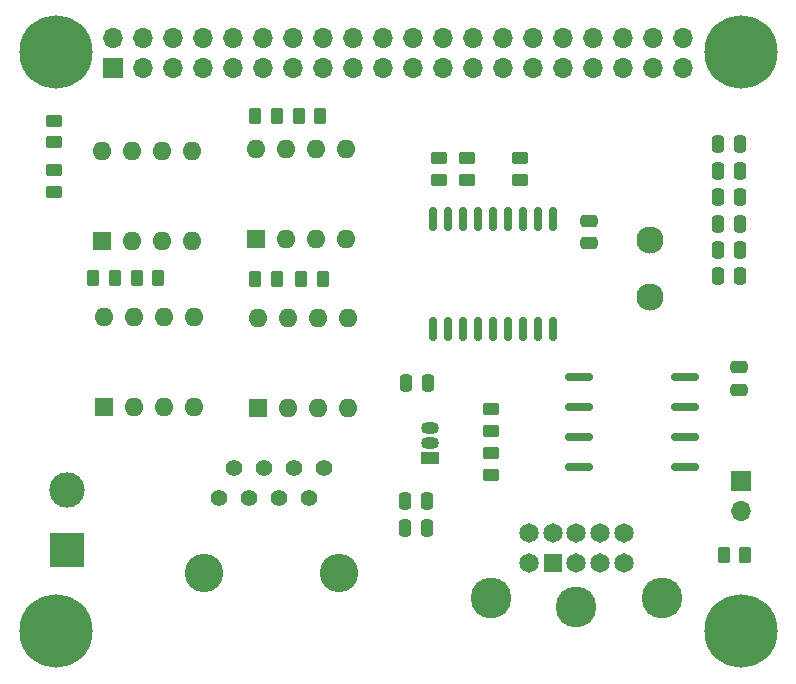
<source format=gts>
%TF.GenerationSoftware,KiCad,Pcbnew,(6.0.10)*%
%TF.CreationDate,2023-01-13T18:11:07+01:00*%
%TF.ProjectId,InterfaceS88GleisboxRPi,496e7465-7266-4616-9365-533838476c65,rev?*%
%TF.SameCoordinates,Original*%
%TF.FileFunction,Soldermask,Top*%
%TF.FilePolarity,Negative*%
%FSLAX46Y46*%
G04 Gerber Fmt 4.6, Leading zero omitted, Abs format (unit mm)*
G04 Created by KiCad (PCBNEW (6.0.10)) date 2023-01-13 18:11:07*
%MOMM*%
%LPD*%
G01*
G04 APERTURE LIST*
G04 Aperture macros list*
%AMRoundRect*
0 Rectangle with rounded corners*
0 $1 Rounding radius*
0 $2 $3 $4 $5 $6 $7 $8 $9 X,Y pos of 4 corners*
0 Add a 4 corners polygon primitive as box body*
4,1,4,$2,$3,$4,$5,$6,$7,$8,$9,$2,$3,0*
0 Add four circle primitives for the rounded corners*
1,1,$1+$1,$2,$3*
1,1,$1+$1,$4,$5*
1,1,$1+$1,$6,$7*
1,1,$1+$1,$8,$9*
0 Add four rect primitives between the rounded corners*
20,1,$1+$1,$2,$3,$4,$5,0*
20,1,$1+$1,$4,$5,$6,$7,0*
20,1,$1+$1,$6,$7,$8,$9,0*
20,1,$1+$1,$8,$9,$2,$3,0*%
G04 Aperture macros list end*
%ADD10R,3.000000X3.000000*%
%ADD11C,3.000000*%
%ADD12C,3.450000*%
%ADD13C,1.650000*%
%ADD14R,1.500000X1.500000*%
%ADD15C,3.251200*%
%ADD16C,1.397000*%
%ADD17C,6.200000*%
%ADD18R,1.500000X1.050000*%
%ADD19O,1.500000X1.050000*%
%ADD20RoundRect,0.250000X0.450000X-0.262500X0.450000X0.262500X-0.450000X0.262500X-0.450000X-0.262500X0*%
%ADD21RoundRect,0.250000X-0.262500X-0.450000X0.262500X-0.450000X0.262500X0.450000X-0.262500X0.450000X0*%
%ADD22RoundRect,0.250000X-0.475000X0.250000X-0.475000X-0.250000X0.475000X-0.250000X0.475000X0.250000X0*%
%ADD23R,1.700000X1.700000*%
%ADD24O,1.700000X1.700000*%
%ADD25RoundRect,0.250000X-0.250000X-0.475000X0.250000X-0.475000X0.250000X0.475000X-0.250000X0.475000X0*%
%ADD26R,1.600000X1.600000*%
%ADD27O,1.600000X1.600000*%
%ADD28RoundRect,0.162500X-1.012500X-0.162500X1.012500X-0.162500X1.012500X0.162500X-1.012500X0.162500X0*%
%ADD29RoundRect,0.250000X-0.450000X0.262500X-0.450000X-0.262500X0.450000X-0.262500X0.450000X0.262500X0*%
%ADD30RoundRect,0.250000X0.262500X0.450000X-0.262500X0.450000X-0.262500X-0.450000X0.262500X-0.450000X0*%
%ADD31RoundRect,0.250000X0.250000X0.475000X-0.250000X0.475000X-0.250000X-0.475000X0.250000X-0.475000X0*%
%ADD32RoundRect,0.150000X0.150000X-0.875000X0.150000X0.875000X-0.150000X0.875000X-0.150000X-0.875000X0*%
%ADD33C,2.300000*%
G04 APERTURE END LIST*
D10*
%TO.C,J5*%
X95000000Y-93900000D03*
D11*
X95000000Y-88820000D03*
%TD*%
D12*
%TO.C,J2*%
X130850000Y-98000000D03*
X145350000Y-98000000D03*
X138100000Y-98800000D03*
D13*
X142100000Y-92500000D03*
X140100000Y-92500000D03*
X134100000Y-92500000D03*
X142100000Y-95000000D03*
X138100000Y-92500000D03*
X136100000Y-92500000D03*
X134100000Y-95000000D03*
X140100000Y-95000000D03*
X138100000Y-95000000D03*
D14*
X136100000Y-95000000D03*
%TD*%
D15*
%TO.C,J4*%
X106540000Y-95900000D03*
X117970000Y-95900000D03*
D16*
X116700000Y-87000000D03*
X115430000Y-89540000D03*
X114160000Y-87000000D03*
X112890000Y-89540000D03*
X111620000Y-87000000D03*
X110350000Y-89540000D03*
X109080000Y-87000000D03*
X107810000Y-89540000D03*
%TD*%
D17*
%TO.C,*%
X152000000Y-51800000D03*
%TD*%
%TO.C,*%
X94000000Y-51800000D03*
%TD*%
%TO.C,*%
X94000000Y-100800000D03*
%TD*%
%TO.C,*%
X152000000Y-100800000D03*
%TD*%
D18*
%TO.C,U4*%
X125660000Y-86170000D03*
D19*
X125660000Y-84900000D03*
X125660000Y-83630000D03*
%TD*%
D20*
%TO.C,R4*%
X126500000Y-62612500D03*
X126500000Y-60787500D03*
%TD*%
%TO.C,R5*%
X93900000Y-63612500D03*
X93900000Y-61787500D03*
%TD*%
D21*
%TO.C,R14*%
X114787500Y-71000000D03*
X116612500Y-71000000D03*
%TD*%
D22*
%TO.C,C3*%
X139200000Y-66050000D03*
X139200000Y-67950000D03*
%TD*%
D23*
%TO.C,J3*%
X152000000Y-88080000D03*
D24*
X152000000Y-90620000D03*
%TD*%
D25*
%TO.C,C9*%
X125450000Y-92100000D03*
X123550000Y-92100000D03*
%TD*%
D26*
%TO.C,U6*%
X111000000Y-67600000D03*
D27*
X113540000Y-67600000D03*
X116080000Y-67600000D03*
X118620000Y-67600000D03*
X118620000Y-59980000D03*
X116080000Y-59980000D03*
X113540000Y-59980000D03*
X111000000Y-59980000D03*
%TD*%
D28*
%TO.C,U2*%
X138275000Y-79290000D03*
X138275000Y-81830000D03*
X138275000Y-84370000D03*
X138275000Y-86910000D03*
X147325000Y-86910000D03*
X147325000Y-84370000D03*
X147325000Y-81830000D03*
X147325000Y-79290000D03*
%TD*%
D29*
%TO.C,R3*%
X133300000Y-60787500D03*
X133300000Y-62612500D03*
%TD*%
D25*
%TO.C,C7*%
X150050000Y-61822224D03*
X151950000Y-61822224D03*
%TD*%
%TO.C,C2*%
X150050000Y-68538888D03*
X151950000Y-68538888D03*
%TD*%
D26*
%TO.C,U7*%
X111100000Y-81900000D03*
D27*
X113640000Y-81900000D03*
X116180000Y-81900000D03*
X118720000Y-81900000D03*
X118720000Y-74280000D03*
X116180000Y-74280000D03*
X113640000Y-74280000D03*
X111100000Y-74280000D03*
%TD*%
D20*
%TO.C,R6*%
X93900000Y-59412500D03*
X93900000Y-57587500D03*
%TD*%
D21*
%TO.C,R7*%
X97187500Y-70900000D03*
X99012500Y-70900000D03*
%TD*%
%TO.C,R8*%
X100887500Y-70900000D03*
X102712500Y-70900000D03*
%TD*%
D30*
%TO.C,R1*%
X152412500Y-94400000D03*
X150587500Y-94400000D03*
%TD*%
D25*
%TO.C,C6*%
X150050000Y-64061112D03*
X151950000Y-64061112D03*
%TD*%
D21*
%TO.C,R12*%
X114587500Y-57200000D03*
X116412500Y-57200000D03*
%TD*%
D31*
%TO.C,C10*%
X125550000Y-79800000D03*
X123650000Y-79800000D03*
%TD*%
D21*
%TO.C,R13*%
X110887500Y-71000000D03*
X112712500Y-71000000D03*
%TD*%
D20*
%TO.C,R10*%
X130900000Y-83856250D03*
X130900000Y-82031250D03*
%TD*%
D22*
%TO.C,C5*%
X151900000Y-78450000D03*
X151900000Y-80350000D03*
%TD*%
D26*
%TO.C,U5*%
X98100000Y-81800000D03*
D27*
X100640000Y-81800000D03*
X103180000Y-81800000D03*
X105720000Y-81800000D03*
X105720000Y-74180000D03*
X103180000Y-74180000D03*
X100640000Y-74180000D03*
X98100000Y-74180000D03*
%TD*%
D32*
%TO.C,U1*%
X125920000Y-75250000D03*
X127190000Y-75250000D03*
X128460000Y-75250000D03*
X129730000Y-75250000D03*
X131000000Y-75250000D03*
X132270000Y-75250000D03*
X133540000Y-75250000D03*
X134810000Y-75250000D03*
X136080000Y-75250000D03*
X136080000Y-65950000D03*
X134810000Y-65950000D03*
X133540000Y-65950000D03*
X132270000Y-65950000D03*
X131000000Y-65950000D03*
X129730000Y-65950000D03*
X128460000Y-65950000D03*
X127190000Y-65950000D03*
X125920000Y-65950000D03*
%TD*%
D20*
%TO.C,R9*%
X130900000Y-87568750D03*
X130900000Y-85743750D03*
%TD*%
%TO.C,R2*%
X128800000Y-62612500D03*
X128800000Y-60787500D03*
%TD*%
D26*
%TO.C,U8*%
X97900000Y-67800000D03*
D27*
X100440000Y-67800000D03*
X102980000Y-67800000D03*
X105520000Y-67800000D03*
X105520000Y-60180000D03*
X102980000Y-60180000D03*
X100440000Y-60180000D03*
X97900000Y-60180000D03*
%TD*%
D25*
%TO.C,C1*%
X150050000Y-70777780D03*
X151950000Y-70777780D03*
%TD*%
D33*
%TO.C,Y1*%
X144300000Y-72550000D03*
X144300000Y-67650000D03*
%TD*%
D21*
%TO.C,R11*%
X110887500Y-57200000D03*
X112712500Y-57200000D03*
%TD*%
D25*
%TO.C,C8*%
X150050000Y-59583336D03*
X151950000Y-59583336D03*
%TD*%
%TO.C,C11*%
X123550000Y-89800000D03*
X125450000Y-89800000D03*
%TD*%
%TO.C,C4*%
X150050000Y-66300000D03*
X151950000Y-66300000D03*
%TD*%
D23*
%TO.C,J1*%
X98900000Y-53100000D03*
D24*
X98900000Y-50560000D03*
X101440000Y-53100000D03*
X101440000Y-50560000D03*
X103980000Y-53100000D03*
X103980000Y-50560000D03*
X106520000Y-53100000D03*
X106520000Y-50560000D03*
X109060000Y-53100000D03*
X109060000Y-50560000D03*
X111600000Y-53100000D03*
X111600000Y-50560000D03*
X114140000Y-53100000D03*
X114140000Y-50560000D03*
X116680000Y-53100000D03*
X116680000Y-50560000D03*
X119220000Y-53100000D03*
X119220000Y-50560000D03*
X121760000Y-53100000D03*
X121760000Y-50560000D03*
X124300000Y-53100000D03*
X124300000Y-50560000D03*
X126840000Y-53100000D03*
X126840000Y-50560000D03*
X129380000Y-53100000D03*
X129380000Y-50560000D03*
X131920000Y-53100000D03*
X131920000Y-50560000D03*
X134460000Y-53100000D03*
X134460000Y-50560000D03*
X137000000Y-53100000D03*
X137000000Y-50560000D03*
X139540000Y-53100000D03*
X139540000Y-50560000D03*
X142080000Y-53100000D03*
X142080000Y-50560000D03*
X144620000Y-53100000D03*
X144620000Y-50560000D03*
X147160000Y-53100000D03*
X147160000Y-50560000D03*
%TD*%
M02*

</source>
